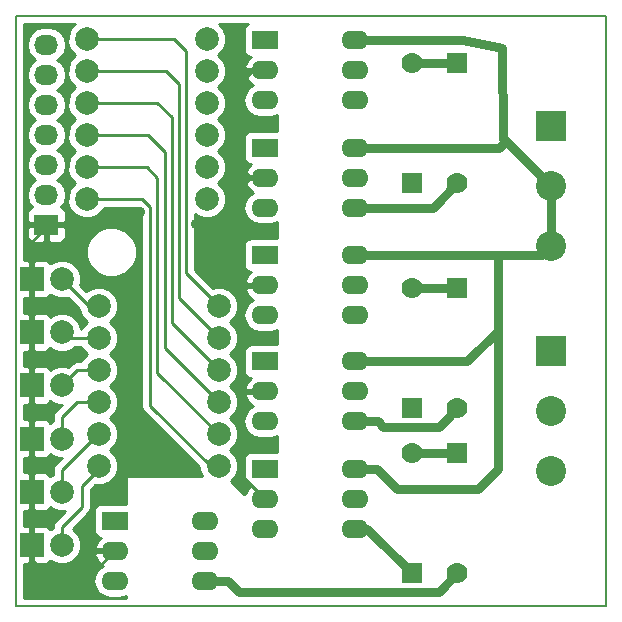
<source format=gtl>
G04 #@! TF.FileFunction,Copper,L1,Top,Signal*
%FSLAX46Y46*%
G04 Gerber Fmt 4.6, Leading zero omitted, Abs format (unit mm)*
G04 Created by KiCad (PCBNEW (2015-09-12 BZR 6188)-product) date sam. 10 oct. 2015 11:50:57 CEST*
%MOMM*%
G01*
G04 APERTURE LIST*
%ADD10C,0.800000*%
%ADD11C,0.150000*%
%ADD12R,2.286000X1.574800*%
%ADD13O,2.286000X1.574800*%
%ADD14R,2.000000X2.000000*%
%ADD15C,2.000000*%
%ADD16R,2.540000X2.540000*%
%ADD17C,2.540000*%
%ADD18R,2.032000X1.727200*%
%ADD19O,2.032000X1.727200*%
%ADD20C,1.998980*%
%ADD21C,1.778000*%
%ADD22R,1.778000X1.778000*%
%ADD23C,0.889000*%
%ADD24C,0.254000*%
G04 APERTURE END LIST*
D10*
D11*
X27400000Y-23900000D02*
X77400000Y-23900000D01*
X27400000Y-73900000D02*
X27400000Y-23900000D01*
X77400000Y-73900000D02*
X27400000Y-73900000D01*
X77400000Y-23900000D02*
X77400000Y-73900000D01*
D12*
X48490000Y-25960000D03*
D13*
X48490000Y-28500000D03*
X48490000Y-31040000D03*
X56110000Y-31040000D03*
X56110000Y-28500000D03*
X56110000Y-25960000D03*
D12*
X48490000Y-35060000D03*
D13*
X48490000Y-37600000D03*
X48490000Y-40140000D03*
X56110000Y-40140000D03*
X56110000Y-37600000D03*
X56110000Y-35060000D03*
D12*
X48490000Y-44160000D03*
D13*
X48490000Y-46700000D03*
X48490000Y-49240000D03*
X56110000Y-49240000D03*
X56110000Y-46700000D03*
X56110000Y-44160000D03*
D12*
X48490000Y-53160000D03*
D13*
X48490000Y-55700000D03*
X48490000Y-58240000D03*
X56110000Y-58240000D03*
X56110000Y-55700000D03*
X56110000Y-53160000D03*
D12*
X48490000Y-62260000D03*
D13*
X48490000Y-64800000D03*
X48490000Y-67340000D03*
X56110000Y-67340000D03*
X56110000Y-64800000D03*
X56110000Y-62260000D03*
D12*
X35790000Y-66660000D03*
D13*
X35790000Y-69200000D03*
X35790000Y-71740000D03*
X43410000Y-71740000D03*
X43410000Y-69200000D03*
X43410000Y-66660000D03*
D14*
X28760000Y-46200000D03*
D15*
X31300000Y-46200000D03*
D14*
X28760000Y-55200000D03*
D15*
X31300000Y-55200000D03*
D14*
X28760000Y-64200000D03*
D15*
X31300000Y-64200000D03*
D14*
X28760000Y-50700000D03*
D15*
X31300000Y-50700000D03*
D14*
X28760000Y-59700000D03*
D15*
X31300000Y-59700000D03*
D14*
X28760000Y-68700000D03*
D15*
X31300000Y-68700000D03*
D16*
X72700000Y-52320000D03*
D17*
X72700000Y-57400000D03*
X72700000Y-62480000D03*
D18*
X30000000Y-41600000D03*
D19*
X30000000Y-39060000D03*
X30000000Y-36520000D03*
X30000000Y-33980000D03*
X30000000Y-31440000D03*
X30000000Y-28900000D03*
X30000000Y-26360000D03*
D20*
X43580000Y-25900000D03*
X33420000Y-25900000D03*
X43580000Y-28600000D03*
X33420000Y-28600000D03*
X43580000Y-31300000D03*
X33420000Y-31300000D03*
X43580000Y-34000000D03*
X33420000Y-34000000D03*
X43580000Y-36700000D03*
X33420000Y-36700000D03*
X43580000Y-39400000D03*
X33420000Y-39400000D03*
X44580000Y-51200000D03*
X34420000Y-51200000D03*
X44580000Y-56600000D03*
X34420000Y-56600000D03*
X44580000Y-62000000D03*
X34420000Y-62000000D03*
X44580000Y-48500000D03*
X34420000Y-48500000D03*
X44580000Y-53900000D03*
X34420000Y-53900000D03*
X44580000Y-59300000D03*
X34420000Y-59300000D03*
D16*
X72700000Y-33220000D03*
D17*
X72700000Y-38300000D03*
X72700000Y-43380000D03*
D21*
X60960000Y-27940000D03*
D22*
X60960000Y-38100000D03*
D21*
X64770000Y-38100000D03*
D22*
X64770000Y-27940000D03*
D21*
X60960000Y-46990000D03*
D22*
X60960000Y-57150000D03*
D21*
X64770000Y-57150000D03*
D22*
X64770000Y-46990000D03*
D21*
X60960000Y-60960000D03*
D22*
X60960000Y-71120000D03*
D21*
X64770000Y-71120000D03*
D22*
X64770000Y-60960000D03*
D23*
X42700000Y-41500000D03*
X37900000Y-40500000D03*
D10*
X60960000Y-27940000D02*
X64770000Y-27940000D01*
X56110000Y-40140000D02*
X62730000Y-40140000D01*
X62730000Y-40140000D02*
X64770000Y-38100000D01*
X60960000Y-46990000D02*
X64770000Y-46990000D01*
X56110000Y-58240000D02*
X58053000Y-58240000D01*
X58053000Y-58240000D02*
X58506001Y-58693001D01*
X63226999Y-58693001D02*
X63881001Y-58038999D01*
X58506001Y-58693001D02*
X63226999Y-58693001D01*
X63881001Y-58038999D02*
X64770000Y-57150000D01*
X60960000Y-60960000D02*
X64770000Y-60960000D01*
X56110000Y-67340000D02*
X57180000Y-67340000D01*
X57180000Y-67340000D02*
X60960000Y-71120000D01*
X64770000Y-71120000D02*
X63226999Y-72663001D01*
X63226999Y-72663001D02*
X46276001Y-72663001D01*
X46276001Y-72663001D02*
X45353000Y-71740000D01*
X45353000Y-71740000D02*
X43410000Y-71740000D01*
D24*
X30000000Y-41600000D02*
X34000000Y-41600000D01*
X42700000Y-41500000D02*
X46600000Y-41500000D01*
X35100000Y-40500000D02*
X37900000Y-40500000D01*
X34000000Y-41600000D02*
X35100000Y-40500000D01*
X30000000Y-41600000D02*
X30000000Y-41800000D01*
X30000000Y-41800000D02*
X28760000Y-43040000D01*
X46600000Y-41500000D02*
X46500000Y-41500000D01*
X46500000Y-41500000D02*
X46600000Y-41500000D01*
X47000000Y-55700000D02*
X47000000Y-55800000D01*
X46500000Y-62810000D02*
X48490000Y-64800000D01*
X46500000Y-56300000D02*
X46500000Y-62810000D01*
X47000000Y-55800000D02*
X46500000Y-56300000D01*
X47100000Y-46700000D02*
X47100000Y-46800000D01*
X47000000Y-55700000D02*
X48490000Y-55700000D01*
X46500000Y-55200000D02*
X47000000Y-55700000D01*
X46500000Y-47400000D02*
X46500000Y-55200000D01*
X47100000Y-46800000D02*
X46500000Y-47400000D01*
X47300000Y-37600000D02*
X46600000Y-38300000D01*
X46600000Y-38300000D02*
X46600000Y-41500000D01*
X47100000Y-46700000D02*
X48490000Y-46700000D01*
X46600000Y-46200000D02*
X47100000Y-46700000D01*
X46600000Y-41500000D02*
X46600000Y-46200000D01*
X48490000Y-28500000D02*
X47500000Y-28500000D01*
X47500000Y-28500000D02*
X46600000Y-29400000D01*
X46600000Y-29400000D02*
X46600000Y-36900000D01*
X46600000Y-36900000D02*
X47300000Y-37600000D01*
X47300000Y-37600000D02*
X48490000Y-37600000D01*
X35790000Y-69200000D02*
X34900000Y-69200000D01*
X30000000Y-41600000D02*
X29600000Y-41600000D01*
X33890000Y-71100000D02*
X35790000Y-69200000D01*
X30000000Y-41600000D02*
X29300000Y-41600000D01*
X30000000Y-41600000D02*
X29200000Y-41600000D01*
X28760000Y-43040000D02*
X28760000Y-46200000D01*
X28760000Y-50700000D02*
X28760000Y-46200000D01*
X28760000Y-55200000D02*
X28760000Y-59700000D01*
X28760000Y-55200000D02*
X28760000Y-64200000D01*
X28760000Y-64200000D02*
X28760000Y-68700000D01*
X28760000Y-64200000D02*
X28760000Y-68700000D01*
X28760000Y-50700000D02*
X28760000Y-55200000D01*
X28760000Y-50700000D02*
X28760000Y-55200000D01*
X28760000Y-59700000D02*
X28760000Y-64200000D01*
X28760000Y-69960000D02*
X29900000Y-71100000D01*
X29900000Y-71100000D02*
X33890000Y-71100000D01*
X28760000Y-68700000D02*
X28760000Y-69960000D01*
D10*
X43660000Y-66660000D02*
X43410000Y-66660000D01*
X56110000Y-62260000D02*
X55640000Y-62260000D01*
X72700000Y-38300000D02*
X72700000Y-43380000D01*
X65260000Y-25960000D02*
X68580000Y-26670000D01*
X68580000Y-26670000D02*
X68700000Y-34300000D01*
X68900000Y-34500000D02*
X72700000Y-38300000D01*
X68700000Y-34300000D02*
X68900000Y-34500000D01*
X56110000Y-25960000D02*
X65260000Y-25960000D01*
X68340000Y-35060000D02*
X68900000Y-34500000D01*
X56110000Y-35060000D02*
X68340000Y-35060000D01*
X71920000Y-44160000D02*
X72700000Y-43380000D01*
X68200000Y-44160000D02*
X71920000Y-44160000D01*
X56110000Y-44160000D02*
X68200000Y-44160000D01*
X68200000Y-50600000D02*
X68200000Y-44160000D01*
X65640000Y-53160000D02*
X68200000Y-50600000D01*
X56110000Y-53160000D02*
X65640000Y-53160000D01*
X57960000Y-62260000D02*
X59700000Y-64000000D01*
X59700000Y-64000000D02*
X66500000Y-64000000D01*
X66500000Y-64000000D02*
X68200000Y-62300000D01*
X68200000Y-62300000D02*
X68200000Y-50600000D01*
X56110000Y-62260000D02*
X57960000Y-62260000D01*
D24*
X40800000Y-25900000D02*
X41800000Y-26900000D01*
X41800000Y-26900000D02*
X41800000Y-45720000D01*
X41800000Y-45720000D02*
X44580000Y-48500000D01*
X33420000Y-25900000D02*
X40800000Y-25900000D01*
X40100000Y-28600000D02*
X41200000Y-29700000D01*
X41200000Y-29700000D02*
X41200000Y-47820000D01*
X41200000Y-47820000D02*
X44580000Y-51200000D01*
X33420000Y-28600000D02*
X40100000Y-28600000D01*
X39400000Y-31300000D02*
X40600000Y-32500000D01*
X40600000Y-32500000D02*
X40600000Y-49920000D01*
X40600000Y-49920000D02*
X44580000Y-53900000D01*
X33420000Y-31300000D02*
X39400000Y-31300000D01*
X38600000Y-34000000D02*
X40000000Y-35400000D01*
X40000000Y-35400000D02*
X40000000Y-52020000D01*
X40000000Y-52020000D02*
X44580000Y-56600000D01*
X33420000Y-34000000D02*
X38600000Y-34000000D01*
X38500000Y-36700000D02*
X39400000Y-37600000D01*
X39400000Y-37600000D02*
X39400000Y-54120000D01*
X39400000Y-54120000D02*
X44580000Y-59300000D01*
X33420000Y-36700000D02*
X38500000Y-36700000D01*
X38100000Y-39400000D02*
X33420000Y-39400000D01*
X38800000Y-40100000D02*
X38100000Y-39400000D01*
X38800000Y-56900000D02*
X38800000Y-40100000D01*
X43900000Y-62000000D02*
X38800000Y-56900000D01*
X44580000Y-62000000D02*
X43900000Y-62000000D01*
X31500000Y-46000000D02*
X31300000Y-46200000D01*
X33600000Y-48500000D02*
X31300000Y-46200000D01*
X34420000Y-48500000D02*
X33600000Y-48500000D01*
X32600000Y-53900000D02*
X31300000Y-55200000D01*
X34820000Y-54100000D02*
X34000000Y-54100000D01*
X34420000Y-53900000D02*
X32600000Y-53900000D01*
X31300000Y-62400000D02*
X31300000Y-64200000D01*
X34820000Y-59500000D02*
X34820000Y-59680000D01*
X34400000Y-59300000D02*
X31300000Y-62400000D01*
X34420000Y-59300000D02*
X34400000Y-59300000D01*
X31400000Y-50600000D02*
X31300000Y-50700000D01*
X31800000Y-51200000D02*
X31300000Y-50700000D01*
X34420000Y-51200000D02*
X31800000Y-51200000D01*
X31300000Y-57900000D02*
X31300000Y-59700000D01*
X34820000Y-56800000D02*
X34000000Y-56800000D01*
X32600000Y-56600000D02*
X31300000Y-57900000D01*
X34420000Y-56600000D02*
X32600000Y-56600000D01*
X31300000Y-67200000D02*
X31300000Y-68700000D01*
X33000000Y-65500000D02*
X31300000Y-67200000D01*
X33000000Y-63700000D02*
X33000000Y-65500000D01*
X34420000Y-62280000D02*
X33000000Y-63700000D01*
X34420000Y-62000000D02*
X34420000Y-62280000D01*
G36*
X32035154Y-24972927D02*
X31785794Y-25573453D01*
X31785226Y-26223694D01*
X32033538Y-26824655D01*
X32458480Y-27250339D01*
X32035154Y-27672927D01*
X31785794Y-28273453D01*
X31785226Y-28923694D01*
X32033538Y-29524655D01*
X32458480Y-29950339D01*
X32035154Y-30372927D01*
X31785794Y-30973453D01*
X31785226Y-31623694D01*
X32033538Y-32224655D01*
X32458480Y-32650339D01*
X32035154Y-33072927D01*
X31785794Y-33673453D01*
X31785226Y-34323694D01*
X32033538Y-34924655D01*
X32458480Y-35350339D01*
X32035154Y-35772927D01*
X31785794Y-36373453D01*
X31785226Y-37023694D01*
X32033538Y-37624655D01*
X32458480Y-38050339D01*
X32035154Y-38472927D01*
X31785794Y-39073453D01*
X31785226Y-39723694D01*
X32033538Y-40324655D01*
X32492927Y-40784846D01*
X33093453Y-41034206D01*
X33743694Y-41034774D01*
X34344655Y-40786462D01*
X34804846Y-40327073D01*
X34873390Y-40162000D01*
X37784370Y-40162000D01*
X38038000Y-40415631D01*
X38038000Y-56900000D01*
X38096004Y-57191605D01*
X38124473Y-57234211D01*
X38261185Y-57438815D01*
X42945401Y-62123031D01*
X42945226Y-62323694D01*
X43172195Y-62873000D01*
X36900000Y-62873000D01*
X36850590Y-62883006D01*
X36808965Y-62911447D01*
X36781685Y-62953841D01*
X36773000Y-63000000D01*
X36773000Y-65225160D01*
X34647000Y-65225160D01*
X34411683Y-65269438D01*
X34195559Y-65408510D01*
X34050569Y-65620710D01*
X33999560Y-65872600D01*
X33999560Y-67447400D01*
X34043838Y-67682717D01*
X34182910Y-67898841D01*
X34395110Y-68043831D01*
X34588390Y-68082971D01*
X34338809Y-68284014D01*
X34071673Y-68773004D01*
X34054990Y-68852940D01*
X34177148Y-69073000D01*
X35663000Y-69073000D01*
X35663000Y-69053000D01*
X35917000Y-69053000D01*
X35917000Y-69073000D01*
X35937000Y-69073000D01*
X35937000Y-69327000D01*
X35917000Y-69327000D01*
X35917000Y-69347000D01*
X35663000Y-69347000D01*
X35663000Y-69327000D01*
X34177148Y-69327000D01*
X34054990Y-69547060D01*
X34071673Y-69626996D01*
X34338809Y-70115986D01*
X34772738Y-70465525D01*
X34788830Y-70470246D01*
X34393778Y-70734211D01*
X34085441Y-71195671D01*
X33977167Y-71740000D01*
X34085441Y-72284329D01*
X34393778Y-72745789D01*
X34855238Y-73054126D01*
X35399567Y-73162400D01*
X36180433Y-73162400D01*
X36724762Y-73054126D01*
X36773000Y-73021894D01*
X36773000Y-73190000D01*
X28110000Y-73190000D01*
X28110000Y-70335000D01*
X28474250Y-70335000D01*
X28633000Y-70176250D01*
X28633000Y-68827000D01*
X28613000Y-68827000D01*
X28613000Y-68573000D01*
X28633000Y-68573000D01*
X28633000Y-67223750D01*
X28474250Y-67065000D01*
X28110000Y-67065000D01*
X28110000Y-65835000D01*
X28474250Y-65835000D01*
X28633000Y-65676250D01*
X28633000Y-64327000D01*
X28613000Y-64327000D01*
X28613000Y-64073000D01*
X28633000Y-64073000D01*
X28633000Y-62723750D01*
X28474250Y-62565000D01*
X28110000Y-62565000D01*
X28110000Y-61335000D01*
X28474250Y-61335000D01*
X28633000Y-61176250D01*
X28633000Y-59827000D01*
X28613000Y-59827000D01*
X28613000Y-59573000D01*
X28633000Y-59573000D01*
X28633000Y-58223750D01*
X28474250Y-58065000D01*
X28110000Y-58065000D01*
X28110000Y-56835000D01*
X28474250Y-56835000D01*
X28633000Y-56676250D01*
X28633000Y-55327000D01*
X28613000Y-55327000D01*
X28613000Y-55073000D01*
X28633000Y-55073000D01*
X28633000Y-53723750D01*
X28474250Y-53565000D01*
X28110000Y-53565000D01*
X28110000Y-52335000D01*
X28474250Y-52335000D01*
X28633000Y-52176250D01*
X28633000Y-50827000D01*
X28613000Y-50827000D01*
X28613000Y-50573000D01*
X28633000Y-50573000D01*
X28633000Y-49223750D01*
X28474250Y-49065000D01*
X28110000Y-49065000D01*
X28110000Y-47835000D01*
X28474250Y-47835000D01*
X28633000Y-47676250D01*
X28633000Y-46327000D01*
X28613000Y-46327000D01*
X28613000Y-46073000D01*
X28633000Y-46073000D01*
X28633000Y-44723750D01*
X28887000Y-44723750D01*
X28887000Y-46073000D01*
X28907000Y-46073000D01*
X28907000Y-46327000D01*
X28887000Y-46327000D01*
X28887000Y-47676250D01*
X29045750Y-47835000D01*
X29886310Y-47835000D01*
X30119699Y-47738327D01*
X30298327Y-47559698D01*
X30312630Y-47525166D01*
X30372637Y-47585278D01*
X30973352Y-47834716D01*
X31623795Y-47835284D01*
X31789277Y-47766908D01*
X32785279Y-48762910D01*
X32785226Y-48823694D01*
X33033538Y-49424655D01*
X33458480Y-49850339D01*
X33035154Y-50272927D01*
X32966610Y-50438000D01*
X32935230Y-50438000D01*
X32935284Y-50376205D01*
X32686894Y-49775057D01*
X32227363Y-49314722D01*
X31626648Y-49065284D01*
X30976205Y-49064716D01*
X30375057Y-49313106D01*
X30312803Y-49375251D01*
X30298327Y-49340302D01*
X30119699Y-49161673D01*
X29886310Y-49065000D01*
X29045750Y-49065000D01*
X28887000Y-49223750D01*
X28887000Y-50573000D01*
X28907000Y-50573000D01*
X28907000Y-50827000D01*
X28887000Y-50827000D01*
X28887000Y-52176250D01*
X29045750Y-52335000D01*
X29886310Y-52335000D01*
X30119699Y-52238327D01*
X30298327Y-52059698D01*
X30312630Y-52025166D01*
X30372637Y-52085278D01*
X30973352Y-52334716D01*
X31623795Y-52335284D01*
X32224943Y-52086894D01*
X32350056Y-51962000D01*
X32966330Y-51962000D01*
X33033538Y-52124655D01*
X33458480Y-52550339D01*
X33035154Y-52972927D01*
X32966610Y-53138000D01*
X32600000Y-53138000D01*
X32308395Y-53196004D01*
X32209377Y-53262166D01*
X32061185Y-53361184D01*
X31789474Y-53632895D01*
X31626648Y-53565284D01*
X30976205Y-53564716D01*
X30375057Y-53813106D01*
X30312803Y-53875251D01*
X30298327Y-53840302D01*
X30119699Y-53661673D01*
X29886310Y-53565000D01*
X29045750Y-53565000D01*
X28887000Y-53723750D01*
X28887000Y-55073000D01*
X28907000Y-55073000D01*
X28907000Y-55327000D01*
X28887000Y-55327000D01*
X28887000Y-56676250D01*
X29045750Y-56835000D01*
X29886310Y-56835000D01*
X30119699Y-56738327D01*
X30298327Y-56559698D01*
X30312630Y-56525166D01*
X30372637Y-56585278D01*
X30973352Y-56834716D01*
X31287379Y-56834990D01*
X30761185Y-57361185D01*
X30596004Y-57608395D01*
X30538000Y-57900000D01*
X30538000Y-58245779D01*
X30375057Y-58313106D01*
X30312803Y-58375251D01*
X30298327Y-58340302D01*
X30119699Y-58161673D01*
X29886310Y-58065000D01*
X29045750Y-58065000D01*
X28887000Y-58223750D01*
X28887000Y-59573000D01*
X28907000Y-59573000D01*
X28907000Y-59827000D01*
X28887000Y-59827000D01*
X28887000Y-61176250D01*
X29045750Y-61335000D01*
X29886310Y-61335000D01*
X30119699Y-61238327D01*
X30298327Y-61059698D01*
X30312630Y-61025166D01*
X30372637Y-61085278D01*
X30973352Y-61334716D01*
X31287380Y-61334990D01*
X30761185Y-61861185D01*
X30596004Y-62108395D01*
X30538000Y-62400000D01*
X30538000Y-62745779D01*
X30375057Y-62813106D01*
X30312803Y-62875251D01*
X30298327Y-62840302D01*
X30119699Y-62661673D01*
X29886310Y-62565000D01*
X29045750Y-62565000D01*
X28887000Y-62723750D01*
X28887000Y-64073000D01*
X28907000Y-64073000D01*
X28907000Y-64327000D01*
X28887000Y-64327000D01*
X28887000Y-65676250D01*
X29045750Y-65835000D01*
X29886310Y-65835000D01*
X30119699Y-65738327D01*
X30298327Y-65559698D01*
X30312630Y-65525166D01*
X30372637Y-65585278D01*
X30973352Y-65834716D01*
X31587118Y-65835252D01*
X30761185Y-66661185D01*
X30596004Y-66908395D01*
X30538000Y-67200000D01*
X30538000Y-67245779D01*
X30375057Y-67313106D01*
X30312803Y-67375251D01*
X30298327Y-67340302D01*
X30119699Y-67161673D01*
X29886310Y-67065000D01*
X29045750Y-67065000D01*
X28887000Y-67223750D01*
X28887000Y-68573000D01*
X28907000Y-68573000D01*
X28907000Y-68827000D01*
X28887000Y-68827000D01*
X28887000Y-70176250D01*
X29045750Y-70335000D01*
X29886310Y-70335000D01*
X30119699Y-70238327D01*
X30298327Y-70059698D01*
X30312630Y-70025166D01*
X30372637Y-70085278D01*
X30973352Y-70334716D01*
X31623795Y-70335284D01*
X32224943Y-70086894D01*
X32685278Y-69627363D01*
X32934716Y-69026648D01*
X32935284Y-68376205D01*
X32686894Y-67775057D01*
X32245120Y-67332510D01*
X33538815Y-66038815D01*
X33703996Y-65791605D01*
X33762000Y-65500000D01*
X33762000Y-64015630D01*
X34143381Y-63634250D01*
X34743694Y-63634774D01*
X35344655Y-63386462D01*
X35804846Y-62927073D01*
X36054206Y-62326547D01*
X36054774Y-61676306D01*
X35806462Y-61075345D01*
X35381520Y-60649661D01*
X35804846Y-60227073D01*
X36054206Y-59626547D01*
X36054774Y-58976306D01*
X35806462Y-58375345D01*
X35381520Y-57949661D01*
X35804846Y-57527073D01*
X36054206Y-56926547D01*
X36054774Y-56276306D01*
X35806462Y-55675345D01*
X35381520Y-55249661D01*
X35804846Y-54827073D01*
X36054206Y-54226547D01*
X36054774Y-53576306D01*
X35806462Y-52975345D01*
X35381520Y-52549661D01*
X35804846Y-52127073D01*
X36054206Y-51526547D01*
X36054774Y-50876306D01*
X35806462Y-50275345D01*
X35381520Y-49849661D01*
X35804846Y-49427073D01*
X36054206Y-48826547D01*
X36054774Y-48176306D01*
X35806462Y-47575345D01*
X35347073Y-47115154D01*
X34746547Y-46865794D01*
X34096306Y-46865226D01*
X33495345Y-47113538D01*
X33393168Y-47215537D01*
X32867105Y-46689474D01*
X32934716Y-46526648D01*
X32935284Y-45876205D01*
X32686894Y-45275057D01*
X32227363Y-44814722D01*
X31626648Y-44565284D01*
X30976205Y-44564716D01*
X30375057Y-44813106D01*
X30312803Y-44875251D01*
X30298327Y-44840302D01*
X30119699Y-44661673D01*
X29886310Y-44565000D01*
X29045750Y-44565000D01*
X28887000Y-44723750D01*
X28633000Y-44723750D01*
X28474250Y-44565000D01*
X28110000Y-44565000D01*
X28110000Y-44322815D01*
X33364630Y-44322815D01*
X33688980Y-45107800D01*
X34289041Y-45708909D01*
X35073459Y-46034628D01*
X35922815Y-46035370D01*
X36707800Y-45711020D01*
X37308909Y-45110959D01*
X37634628Y-44326541D01*
X37635370Y-43477185D01*
X37311020Y-42692200D01*
X36710959Y-42091091D01*
X35926541Y-41765372D01*
X35077185Y-41764630D01*
X34292200Y-42088980D01*
X33691091Y-42689041D01*
X33365372Y-43473459D01*
X33364630Y-44322815D01*
X28110000Y-44322815D01*
X28110000Y-41885750D01*
X28349000Y-41885750D01*
X28349000Y-42589910D01*
X28445673Y-42823299D01*
X28624302Y-43001927D01*
X28857691Y-43098600D01*
X29714250Y-43098600D01*
X29873000Y-42939850D01*
X29873000Y-41727000D01*
X30127000Y-41727000D01*
X30127000Y-42939850D01*
X30285750Y-43098600D01*
X31142309Y-43098600D01*
X31375698Y-43001927D01*
X31554327Y-42823299D01*
X31651000Y-42589910D01*
X31651000Y-41885750D01*
X31492250Y-41727000D01*
X30127000Y-41727000D01*
X29873000Y-41727000D01*
X28507750Y-41727000D01*
X28349000Y-41885750D01*
X28110000Y-41885750D01*
X28110000Y-26360000D01*
X28316655Y-26360000D01*
X28430729Y-26933489D01*
X28755585Y-27419670D01*
X29070366Y-27630000D01*
X28755585Y-27840330D01*
X28430729Y-28326511D01*
X28316655Y-28900000D01*
X28430729Y-29473489D01*
X28755585Y-29959670D01*
X29070366Y-30170000D01*
X28755585Y-30380330D01*
X28430729Y-30866511D01*
X28316655Y-31440000D01*
X28430729Y-32013489D01*
X28755585Y-32499670D01*
X29070366Y-32710000D01*
X28755585Y-32920330D01*
X28430729Y-33406511D01*
X28316655Y-33980000D01*
X28430729Y-34553489D01*
X28755585Y-35039670D01*
X29070366Y-35250000D01*
X28755585Y-35460330D01*
X28430729Y-35946511D01*
X28316655Y-36520000D01*
X28430729Y-37093489D01*
X28755585Y-37579670D01*
X29070366Y-37790000D01*
X28755585Y-38000330D01*
X28430729Y-38486511D01*
X28316655Y-39060000D01*
X28430729Y-39633489D01*
X28755585Y-40119670D01*
X28777780Y-40134500D01*
X28624302Y-40198073D01*
X28445673Y-40376701D01*
X28349000Y-40610090D01*
X28349000Y-41314250D01*
X28507750Y-41473000D01*
X29873000Y-41473000D01*
X29873000Y-41453000D01*
X30127000Y-41453000D01*
X30127000Y-41473000D01*
X31492250Y-41473000D01*
X31651000Y-41314250D01*
X31651000Y-40610090D01*
X31554327Y-40376701D01*
X31375698Y-40198073D01*
X31222220Y-40134500D01*
X31244415Y-40119670D01*
X31569271Y-39633489D01*
X31683345Y-39060000D01*
X31569271Y-38486511D01*
X31244415Y-38000330D01*
X30929634Y-37790000D01*
X31244415Y-37579670D01*
X31569271Y-37093489D01*
X31683345Y-36520000D01*
X31569271Y-35946511D01*
X31244415Y-35460330D01*
X30929634Y-35250000D01*
X31244415Y-35039670D01*
X31569271Y-34553489D01*
X31683345Y-33980000D01*
X31569271Y-33406511D01*
X31244415Y-32920330D01*
X30929634Y-32710000D01*
X31244415Y-32499670D01*
X31569271Y-32013489D01*
X31683345Y-31440000D01*
X31569271Y-30866511D01*
X31244415Y-30380330D01*
X30929634Y-30170000D01*
X31244415Y-29959670D01*
X31569271Y-29473489D01*
X31683345Y-28900000D01*
X31569271Y-28326511D01*
X31244415Y-27840330D01*
X30929634Y-27630000D01*
X31244415Y-27419670D01*
X31569271Y-26933489D01*
X31683345Y-26360000D01*
X31569271Y-25786511D01*
X31244415Y-25300330D01*
X30758234Y-24975474D01*
X30184745Y-24861400D01*
X29815255Y-24861400D01*
X29241766Y-24975474D01*
X28755585Y-25300330D01*
X28430729Y-25786511D01*
X28316655Y-26360000D01*
X28110000Y-26360000D01*
X28110000Y-24610000D01*
X32398715Y-24610000D01*
X32035154Y-24972927D01*
X32035154Y-24972927D01*
G37*
X32035154Y-24972927D02*
X31785794Y-25573453D01*
X31785226Y-26223694D01*
X32033538Y-26824655D01*
X32458480Y-27250339D01*
X32035154Y-27672927D01*
X31785794Y-28273453D01*
X31785226Y-28923694D01*
X32033538Y-29524655D01*
X32458480Y-29950339D01*
X32035154Y-30372927D01*
X31785794Y-30973453D01*
X31785226Y-31623694D01*
X32033538Y-32224655D01*
X32458480Y-32650339D01*
X32035154Y-33072927D01*
X31785794Y-33673453D01*
X31785226Y-34323694D01*
X32033538Y-34924655D01*
X32458480Y-35350339D01*
X32035154Y-35772927D01*
X31785794Y-36373453D01*
X31785226Y-37023694D01*
X32033538Y-37624655D01*
X32458480Y-38050339D01*
X32035154Y-38472927D01*
X31785794Y-39073453D01*
X31785226Y-39723694D01*
X32033538Y-40324655D01*
X32492927Y-40784846D01*
X33093453Y-41034206D01*
X33743694Y-41034774D01*
X34344655Y-40786462D01*
X34804846Y-40327073D01*
X34873390Y-40162000D01*
X37784370Y-40162000D01*
X38038000Y-40415631D01*
X38038000Y-56900000D01*
X38096004Y-57191605D01*
X38124473Y-57234211D01*
X38261185Y-57438815D01*
X42945401Y-62123031D01*
X42945226Y-62323694D01*
X43172195Y-62873000D01*
X36900000Y-62873000D01*
X36850590Y-62883006D01*
X36808965Y-62911447D01*
X36781685Y-62953841D01*
X36773000Y-63000000D01*
X36773000Y-65225160D01*
X34647000Y-65225160D01*
X34411683Y-65269438D01*
X34195559Y-65408510D01*
X34050569Y-65620710D01*
X33999560Y-65872600D01*
X33999560Y-67447400D01*
X34043838Y-67682717D01*
X34182910Y-67898841D01*
X34395110Y-68043831D01*
X34588390Y-68082971D01*
X34338809Y-68284014D01*
X34071673Y-68773004D01*
X34054990Y-68852940D01*
X34177148Y-69073000D01*
X35663000Y-69073000D01*
X35663000Y-69053000D01*
X35917000Y-69053000D01*
X35917000Y-69073000D01*
X35937000Y-69073000D01*
X35937000Y-69327000D01*
X35917000Y-69327000D01*
X35917000Y-69347000D01*
X35663000Y-69347000D01*
X35663000Y-69327000D01*
X34177148Y-69327000D01*
X34054990Y-69547060D01*
X34071673Y-69626996D01*
X34338809Y-70115986D01*
X34772738Y-70465525D01*
X34788830Y-70470246D01*
X34393778Y-70734211D01*
X34085441Y-71195671D01*
X33977167Y-71740000D01*
X34085441Y-72284329D01*
X34393778Y-72745789D01*
X34855238Y-73054126D01*
X35399567Y-73162400D01*
X36180433Y-73162400D01*
X36724762Y-73054126D01*
X36773000Y-73021894D01*
X36773000Y-73190000D01*
X28110000Y-73190000D01*
X28110000Y-70335000D01*
X28474250Y-70335000D01*
X28633000Y-70176250D01*
X28633000Y-68827000D01*
X28613000Y-68827000D01*
X28613000Y-68573000D01*
X28633000Y-68573000D01*
X28633000Y-67223750D01*
X28474250Y-67065000D01*
X28110000Y-67065000D01*
X28110000Y-65835000D01*
X28474250Y-65835000D01*
X28633000Y-65676250D01*
X28633000Y-64327000D01*
X28613000Y-64327000D01*
X28613000Y-64073000D01*
X28633000Y-64073000D01*
X28633000Y-62723750D01*
X28474250Y-62565000D01*
X28110000Y-62565000D01*
X28110000Y-61335000D01*
X28474250Y-61335000D01*
X28633000Y-61176250D01*
X28633000Y-59827000D01*
X28613000Y-59827000D01*
X28613000Y-59573000D01*
X28633000Y-59573000D01*
X28633000Y-58223750D01*
X28474250Y-58065000D01*
X28110000Y-58065000D01*
X28110000Y-56835000D01*
X28474250Y-56835000D01*
X28633000Y-56676250D01*
X28633000Y-55327000D01*
X28613000Y-55327000D01*
X28613000Y-55073000D01*
X28633000Y-55073000D01*
X28633000Y-53723750D01*
X28474250Y-53565000D01*
X28110000Y-53565000D01*
X28110000Y-52335000D01*
X28474250Y-52335000D01*
X28633000Y-52176250D01*
X28633000Y-50827000D01*
X28613000Y-50827000D01*
X28613000Y-50573000D01*
X28633000Y-50573000D01*
X28633000Y-49223750D01*
X28474250Y-49065000D01*
X28110000Y-49065000D01*
X28110000Y-47835000D01*
X28474250Y-47835000D01*
X28633000Y-47676250D01*
X28633000Y-46327000D01*
X28613000Y-46327000D01*
X28613000Y-46073000D01*
X28633000Y-46073000D01*
X28633000Y-44723750D01*
X28887000Y-44723750D01*
X28887000Y-46073000D01*
X28907000Y-46073000D01*
X28907000Y-46327000D01*
X28887000Y-46327000D01*
X28887000Y-47676250D01*
X29045750Y-47835000D01*
X29886310Y-47835000D01*
X30119699Y-47738327D01*
X30298327Y-47559698D01*
X30312630Y-47525166D01*
X30372637Y-47585278D01*
X30973352Y-47834716D01*
X31623795Y-47835284D01*
X31789277Y-47766908D01*
X32785279Y-48762910D01*
X32785226Y-48823694D01*
X33033538Y-49424655D01*
X33458480Y-49850339D01*
X33035154Y-50272927D01*
X32966610Y-50438000D01*
X32935230Y-50438000D01*
X32935284Y-50376205D01*
X32686894Y-49775057D01*
X32227363Y-49314722D01*
X31626648Y-49065284D01*
X30976205Y-49064716D01*
X30375057Y-49313106D01*
X30312803Y-49375251D01*
X30298327Y-49340302D01*
X30119699Y-49161673D01*
X29886310Y-49065000D01*
X29045750Y-49065000D01*
X28887000Y-49223750D01*
X28887000Y-50573000D01*
X28907000Y-50573000D01*
X28907000Y-50827000D01*
X28887000Y-50827000D01*
X28887000Y-52176250D01*
X29045750Y-52335000D01*
X29886310Y-52335000D01*
X30119699Y-52238327D01*
X30298327Y-52059698D01*
X30312630Y-52025166D01*
X30372637Y-52085278D01*
X30973352Y-52334716D01*
X31623795Y-52335284D01*
X32224943Y-52086894D01*
X32350056Y-51962000D01*
X32966330Y-51962000D01*
X33033538Y-52124655D01*
X33458480Y-52550339D01*
X33035154Y-52972927D01*
X32966610Y-53138000D01*
X32600000Y-53138000D01*
X32308395Y-53196004D01*
X32209377Y-53262166D01*
X32061185Y-53361184D01*
X31789474Y-53632895D01*
X31626648Y-53565284D01*
X30976205Y-53564716D01*
X30375057Y-53813106D01*
X30312803Y-53875251D01*
X30298327Y-53840302D01*
X30119699Y-53661673D01*
X29886310Y-53565000D01*
X29045750Y-53565000D01*
X28887000Y-53723750D01*
X28887000Y-55073000D01*
X28907000Y-55073000D01*
X28907000Y-55327000D01*
X28887000Y-55327000D01*
X28887000Y-56676250D01*
X29045750Y-56835000D01*
X29886310Y-56835000D01*
X30119699Y-56738327D01*
X30298327Y-56559698D01*
X30312630Y-56525166D01*
X30372637Y-56585278D01*
X30973352Y-56834716D01*
X31287379Y-56834990D01*
X30761185Y-57361185D01*
X30596004Y-57608395D01*
X30538000Y-57900000D01*
X30538000Y-58245779D01*
X30375057Y-58313106D01*
X30312803Y-58375251D01*
X30298327Y-58340302D01*
X30119699Y-58161673D01*
X29886310Y-58065000D01*
X29045750Y-58065000D01*
X28887000Y-58223750D01*
X28887000Y-59573000D01*
X28907000Y-59573000D01*
X28907000Y-59827000D01*
X28887000Y-59827000D01*
X28887000Y-61176250D01*
X29045750Y-61335000D01*
X29886310Y-61335000D01*
X30119699Y-61238327D01*
X30298327Y-61059698D01*
X30312630Y-61025166D01*
X30372637Y-61085278D01*
X30973352Y-61334716D01*
X31287380Y-61334990D01*
X30761185Y-61861185D01*
X30596004Y-62108395D01*
X30538000Y-62400000D01*
X30538000Y-62745779D01*
X30375057Y-62813106D01*
X30312803Y-62875251D01*
X30298327Y-62840302D01*
X30119699Y-62661673D01*
X29886310Y-62565000D01*
X29045750Y-62565000D01*
X28887000Y-62723750D01*
X28887000Y-64073000D01*
X28907000Y-64073000D01*
X28907000Y-64327000D01*
X28887000Y-64327000D01*
X28887000Y-65676250D01*
X29045750Y-65835000D01*
X29886310Y-65835000D01*
X30119699Y-65738327D01*
X30298327Y-65559698D01*
X30312630Y-65525166D01*
X30372637Y-65585278D01*
X30973352Y-65834716D01*
X31587118Y-65835252D01*
X30761185Y-66661185D01*
X30596004Y-66908395D01*
X30538000Y-67200000D01*
X30538000Y-67245779D01*
X30375057Y-67313106D01*
X30312803Y-67375251D01*
X30298327Y-67340302D01*
X30119699Y-67161673D01*
X29886310Y-67065000D01*
X29045750Y-67065000D01*
X28887000Y-67223750D01*
X28887000Y-68573000D01*
X28907000Y-68573000D01*
X28907000Y-68827000D01*
X28887000Y-68827000D01*
X28887000Y-70176250D01*
X29045750Y-70335000D01*
X29886310Y-70335000D01*
X30119699Y-70238327D01*
X30298327Y-70059698D01*
X30312630Y-70025166D01*
X30372637Y-70085278D01*
X30973352Y-70334716D01*
X31623795Y-70335284D01*
X32224943Y-70086894D01*
X32685278Y-69627363D01*
X32934716Y-69026648D01*
X32935284Y-68376205D01*
X32686894Y-67775057D01*
X32245120Y-67332510D01*
X33538815Y-66038815D01*
X33703996Y-65791605D01*
X33762000Y-65500000D01*
X33762000Y-64015630D01*
X34143381Y-63634250D01*
X34743694Y-63634774D01*
X35344655Y-63386462D01*
X35804846Y-62927073D01*
X36054206Y-62326547D01*
X36054774Y-61676306D01*
X35806462Y-61075345D01*
X35381520Y-60649661D01*
X35804846Y-60227073D01*
X36054206Y-59626547D01*
X36054774Y-58976306D01*
X35806462Y-58375345D01*
X35381520Y-57949661D01*
X35804846Y-57527073D01*
X36054206Y-56926547D01*
X36054774Y-56276306D01*
X35806462Y-55675345D01*
X35381520Y-55249661D01*
X35804846Y-54827073D01*
X36054206Y-54226547D01*
X36054774Y-53576306D01*
X35806462Y-52975345D01*
X35381520Y-52549661D01*
X35804846Y-52127073D01*
X36054206Y-51526547D01*
X36054774Y-50876306D01*
X35806462Y-50275345D01*
X35381520Y-49849661D01*
X35804846Y-49427073D01*
X36054206Y-48826547D01*
X36054774Y-48176306D01*
X35806462Y-47575345D01*
X35347073Y-47115154D01*
X34746547Y-46865794D01*
X34096306Y-46865226D01*
X33495345Y-47113538D01*
X33393168Y-47215537D01*
X32867105Y-46689474D01*
X32934716Y-46526648D01*
X32935284Y-45876205D01*
X32686894Y-45275057D01*
X32227363Y-44814722D01*
X31626648Y-44565284D01*
X30976205Y-44564716D01*
X30375057Y-44813106D01*
X30312803Y-44875251D01*
X30298327Y-44840302D01*
X30119699Y-44661673D01*
X29886310Y-44565000D01*
X29045750Y-44565000D01*
X28887000Y-44723750D01*
X28633000Y-44723750D01*
X28474250Y-44565000D01*
X28110000Y-44565000D01*
X28110000Y-44322815D01*
X33364630Y-44322815D01*
X33688980Y-45107800D01*
X34289041Y-45708909D01*
X35073459Y-46034628D01*
X35922815Y-46035370D01*
X36707800Y-45711020D01*
X37308909Y-45110959D01*
X37634628Y-44326541D01*
X37635370Y-43477185D01*
X37311020Y-42692200D01*
X36710959Y-42091091D01*
X35926541Y-41765372D01*
X35077185Y-41764630D01*
X34292200Y-42088980D01*
X33691091Y-42689041D01*
X33365372Y-43473459D01*
X33364630Y-44322815D01*
X28110000Y-44322815D01*
X28110000Y-41885750D01*
X28349000Y-41885750D01*
X28349000Y-42589910D01*
X28445673Y-42823299D01*
X28624302Y-43001927D01*
X28857691Y-43098600D01*
X29714250Y-43098600D01*
X29873000Y-42939850D01*
X29873000Y-41727000D01*
X30127000Y-41727000D01*
X30127000Y-42939850D01*
X30285750Y-43098600D01*
X31142309Y-43098600D01*
X31375698Y-43001927D01*
X31554327Y-42823299D01*
X31651000Y-42589910D01*
X31651000Y-41885750D01*
X31492250Y-41727000D01*
X30127000Y-41727000D01*
X29873000Y-41727000D01*
X28507750Y-41727000D01*
X28349000Y-41885750D01*
X28110000Y-41885750D01*
X28110000Y-26360000D01*
X28316655Y-26360000D01*
X28430729Y-26933489D01*
X28755585Y-27419670D01*
X29070366Y-27630000D01*
X28755585Y-27840330D01*
X28430729Y-28326511D01*
X28316655Y-28900000D01*
X28430729Y-29473489D01*
X28755585Y-29959670D01*
X29070366Y-30170000D01*
X28755585Y-30380330D01*
X28430729Y-30866511D01*
X28316655Y-31440000D01*
X28430729Y-32013489D01*
X28755585Y-32499670D01*
X29070366Y-32710000D01*
X28755585Y-32920330D01*
X28430729Y-33406511D01*
X28316655Y-33980000D01*
X28430729Y-34553489D01*
X28755585Y-35039670D01*
X29070366Y-35250000D01*
X28755585Y-35460330D01*
X28430729Y-35946511D01*
X28316655Y-36520000D01*
X28430729Y-37093489D01*
X28755585Y-37579670D01*
X29070366Y-37790000D01*
X28755585Y-38000330D01*
X28430729Y-38486511D01*
X28316655Y-39060000D01*
X28430729Y-39633489D01*
X28755585Y-40119670D01*
X28777780Y-40134500D01*
X28624302Y-40198073D01*
X28445673Y-40376701D01*
X28349000Y-40610090D01*
X28349000Y-41314250D01*
X28507750Y-41473000D01*
X29873000Y-41473000D01*
X29873000Y-41453000D01*
X30127000Y-41453000D01*
X30127000Y-41473000D01*
X31492250Y-41473000D01*
X31651000Y-41314250D01*
X31651000Y-40610090D01*
X31554327Y-40376701D01*
X31375698Y-40198073D01*
X31222220Y-40134500D01*
X31244415Y-40119670D01*
X31569271Y-39633489D01*
X31683345Y-39060000D01*
X31569271Y-38486511D01*
X31244415Y-38000330D01*
X30929634Y-37790000D01*
X31244415Y-37579670D01*
X31569271Y-37093489D01*
X31683345Y-36520000D01*
X31569271Y-35946511D01*
X31244415Y-35460330D01*
X30929634Y-35250000D01*
X31244415Y-35039670D01*
X31569271Y-34553489D01*
X31683345Y-33980000D01*
X31569271Y-33406511D01*
X31244415Y-32920330D01*
X30929634Y-32710000D01*
X31244415Y-32499670D01*
X31569271Y-32013489D01*
X31683345Y-31440000D01*
X31569271Y-30866511D01*
X31244415Y-30380330D01*
X30929634Y-30170000D01*
X31244415Y-29959670D01*
X31569271Y-29473489D01*
X31683345Y-28900000D01*
X31569271Y-28326511D01*
X31244415Y-27840330D01*
X30929634Y-27630000D01*
X31244415Y-27419670D01*
X31569271Y-26933489D01*
X31683345Y-26360000D01*
X31569271Y-25786511D01*
X31244415Y-25300330D01*
X30758234Y-24975474D01*
X30184745Y-24861400D01*
X29815255Y-24861400D01*
X29241766Y-24975474D01*
X28755585Y-25300330D01*
X28430729Y-25786511D01*
X28316655Y-26360000D01*
X28110000Y-26360000D01*
X28110000Y-24610000D01*
X32398715Y-24610000D01*
X32035154Y-24972927D01*
G36*
X48617000Y-64673000D02*
X48637000Y-64673000D01*
X48637000Y-64927000D01*
X48617000Y-64927000D01*
X48617000Y-64947000D01*
X48363000Y-64947000D01*
X48363000Y-64927000D01*
X48343000Y-64927000D01*
X48343000Y-64673000D01*
X48363000Y-64673000D01*
X48363000Y-64653000D01*
X48617000Y-64653000D01*
X48617000Y-64673000D01*
X48617000Y-64673000D01*
G37*
X48617000Y-64673000D02*
X48637000Y-64673000D01*
X48637000Y-64927000D01*
X48617000Y-64927000D01*
X48617000Y-64947000D01*
X48363000Y-64947000D01*
X48363000Y-64927000D01*
X48343000Y-64927000D01*
X48343000Y-64673000D01*
X48363000Y-64673000D01*
X48363000Y-64653000D01*
X48617000Y-64653000D01*
X48617000Y-64673000D01*
G36*
X46895559Y-24708510D02*
X46750569Y-24920710D01*
X46699560Y-25172600D01*
X46699560Y-26747400D01*
X46743838Y-26982717D01*
X46882910Y-27198841D01*
X47095110Y-27343831D01*
X47288390Y-27382971D01*
X47038809Y-27584014D01*
X46771673Y-28073004D01*
X46754990Y-28152940D01*
X46877148Y-28373000D01*
X48363000Y-28373000D01*
X48363000Y-28353000D01*
X48617000Y-28353000D01*
X48617000Y-28373000D01*
X48637000Y-28373000D01*
X48637000Y-28627000D01*
X48617000Y-28627000D01*
X48617000Y-28647000D01*
X48363000Y-28647000D01*
X48363000Y-28627000D01*
X46877148Y-28627000D01*
X46754990Y-28847060D01*
X46771673Y-28926996D01*
X47038809Y-29415986D01*
X47472738Y-29765525D01*
X47488830Y-29770246D01*
X47093778Y-30034211D01*
X46785441Y-30495671D01*
X46677167Y-31040000D01*
X46785441Y-31584329D01*
X47093778Y-32045789D01*
X47555238Y-32354126D01*
X48099567Y-32462400D01*
X48880433Y-32462400D01*
X49424762Y-32354126D01*
X49493212Y-32308389D01*
X49496377Y-33625160D01*
X47347000Y-33625160D01*
X47111683Y-33669438D01*
X46895559Y-33808510D01*
X46750569Y-34020710D01*
X46699560Y-34272600D01*
X46699560Y-35847400D01*
X46743838Y-36082717D01*
X46882910Y-36298841D01*
X47095110Y-36443831D01*
X47288390Y-36482971D01*
X47038809Y-36684014D01*
X46771673Y-37173004D01*
X46754990Y-37252940D01*
X46877148Y-37473000D01*
X48363000Y-37473000D01*
X48363000Y-37453000D01*
X48617000Y-37453000D01*
X48617000Y-37473000D01*
X48637000Y-37473000D01*
X48637000Y-37727000D01*
X48617000Y-37727000D01*
X48617000Y-37747000D01*
X48363000Y-37747000D01*
X48363000Y-37727000D01*
X46877148Y-37727000D01*
X46754990Y-37947060D01*
X46771673Y-38026996D01*
X47038809Y-38515986D01*
X47472738Y-38865525D01*
X47488830Y-38870246D01*
X47093778Y-39134211D01*
X46785441Y-39595671D01*
X46677167Y-40140000D01*
X46785441Y-40684329D01*
X47093778Y-41145789D01*
X47555238Y-41454126D01*
X48099567Y-41562400D01*
X48880433Y-41562400D01*
X49424762Y-41454126D01*
X49515052Y-41393796D01*
X49518252Y-42725160D01*
X47347000Y-42725160D01*
X47111683Y-42769438D01*
X46895559Y-42908510D01*
X46750569Y-43120710D01*
X46699560Y-43372600D01*
X46699560Y-44947400D01*
X46743838Y-45182717D01*
X46882910Y-45398841D01*
X47095110Y-45543831D01*
X47288390Y-45582971D01*
X47038809Y-45784014D01*
X46771673Y-46273004D01*
X46754990Y-46352940D01*
X46877148Y-46573000D01*
X48363000Y-46573000D01*
X48363000Y-46553000D01*
X48617000Y-46553000D01*
X48617000Y-46573000D01*
X48637000Y-46573000D01*
X48637000Y-46827000D01*
X48617000Y-46827000D01*
X48617000Y-46847000D01*
X48363000Y-46847000D01*
X48363000Y-46827000D01*
X46877148Y-46827000D01*
X46754990Y-47047060D01*
X46771673Y-47126996D01*
X47038809Y-47615986D01*
X47472738Y-47965525D01*
X47488830Y-47970246D01*
X47093778Y-48234211D01*
X46785441Y-48695671D01*
X46677167Y-49240000D01*
X46785441Y-49784329D01*
X47093778Y-50245789D01*
X47555238Y-50554126D01*
X48099567Y-50662400D01*
X48880433Y-50662400D01*
X49424762Y-50554126D01*
X49536892Y-50479203D01*
X49539887Y-51725160D01*
X47347000Y-51725160D01*
X47111683Y-51769438D01*
X46895559Y-51908510D01*
X46750569Y-52120710D01*
X46699560Y-52372600D01*
X46699560Y-53947400D01*
X46743838Y-54182717D01*
X46882910Y-54398841D01*
X47095110Y-54543831D01*
X47288390Y-54582971D01*
X47038809Y-54784014D01*
X46771673Y-55273004D01*
X46754990Y-55352940D01*
X46877148Y-55573000D01*
X48363000Y-55573000D01*
X48363000Y-55553000D01*
X48617000Y-55553000D01*
X48617000Y-55573000D01*
X48637000Y-55573000D01*
X48637000Y-55827000D01*
X48617000Y-55827000D01*
X48617000Y-55847000D01*
X48363000Y-55847000D01*
X48363000Y-55827000D01*
X46877148Y-55827000D01*
X46754990Y-56047060D01*
X46771673Y-56126996D01*
X47038809Y-56615986D01*
X47472738Y-56965525D01*
X47488830Y-56970246D01*
X47093778Y-57234211D01*
X46785441Y-57695671D01*
X46677167Y-58240000D01*
X46785441Y-58784329D01*
X47093778Y-59245789D01*
X47555238Y-59554126D01*
X48099567Y-59662400D01*
X48880433Y-59662400D01*
X49424762Y-59554126D01*
X49558492Y-59464771D01*
X49561762Y-60825160D01*
X47347000Y-60825160D01*
X47111683Y-60869438D01*
X46895559Y-61008510D01*
X46750569Y-61220710D01*
X46699560Y-61472600D01*
X46699560Y-63047400D01*
X46743838Y-63282717D01*
X46882910Y-63498841D01*
X47095110Y-63643831D01*
X47288390Y-63682971D01*
X47038809Y-63884014D01*
X46771673Y-64373004D01*
X46768381Y-64388775D01*
X45635475Y-63255869D01*
X45964846Y-62927073D01*
X46214206Y-62326547D01*
X46214774Y-61676306D01*
X45966462Y-61075345D01*
X45541520Y-60649661D01*
X45964846Y-60227073D01*
X46214206Y-59626547D01*
X46214774Y-58976306D01*
X45966462Y-58375345D01*
X45541520Y-57949661D01*
X45964846Y-57527073D01*
X46214206Y-56926547D01*
X46214774Y-56276306D01*
X45966462Y-55675345D01*
X45541520Y-55249661D01*
X45964846Y-54827073D01*
X46214206Y-54226547D01*
X46214774Y-53576306D01*
X45966462Y-52975345D01*
X45541520Y-52549661D01*
X45964846Y-52127073D01*
X46214206Y-51526547D01*
X46214774Y-50876306D01*
X45966462Y-50275345D01*
X45541520Y-49849661D01*
X45964846Y-49427073D01*
X46214206Y-48826547D01*
X46214774Y-48176306D01*
X45966462Y-47575345D01*
X45507073Y-47115154D01*
X44906547Y-46865794D01*
X44256306Y-46865226D01*
X44091113Y-46933482D01*
X42562000Y-45404370D01*
X42562000Y-40693760D01*
X42652927Y-40784846D01*
X43253453Y-41034206D01*
X43903694Y-41034774D01*
X44504655Y-40786462D01*
X44964846Y-40327073D01*
X45214206Y-39726547D01*
X45214774Y-39076306D01*
X44966462Y-38475345D01*
X44541520Y-38049661D01*
X44964846Y-37627073D01*
X45214206Y-37026547D01*
X45214774Y-36376306D01*
X44966462Y-35775345D01*
X44541520Y-35349661D01*
X44964846Y-34927073D01*
X45214206Y-34326547D01*
X45214774Y-33676306D01*
X44966462Y-33075345D01*
X44541520Y-32649661D01*
X44964846Y-32227073D01*
X45214206Y-31626547D01*
X45214774Y-30976306D01*
X44966462Y-30375345D01*
X44541520Y-29949661D01*
X44964846Y-29527073D01*
X45214206Y-28926547D01*
X45214774Y-28276306D01*
X44966462Y-27675345D01*
X44541520Y-27249661D01*
X44964846Y-26827073D01*
X45214206Y-26226547D01*
X45214774Y-25576306D01*
X44966462Y-24975345D01*
X44601754Y-24610000D01*
X47048648Y-24610000D01*
X46895559Y-24708510D01*
X46895559Y-24708510D01*
G37*
X46895559Y-24708510D02*
X46750569Y-24920710D01*
X46699560Y-25172600D01*
X46699560Y-26747400D01*
X46743838Y-26982717D01*
X46882910Y-27198841D01*
X47095110Y-27343831D01*
X47288390Y-27382971D01*
X47038809Y-27584014D01*
X46771673Y-28073004D01*
X46754990Y-28152940D01*
X46877148Y-28373000D01*
X48363000Y-28373000D01*
X48363000Y-28353000D01*
X48617000Y-28353000D01*
X48617000Y-28373000D01*
X48637000Y-28373000D01*
X48637000Y-28627000D01*
X48617000Y-28627000D01*
X48617000Y-28647000D01*
X48363000Y-28647000D01*
X48363000Y-28627000D01*
X46877148Y-28627000D01*
X46754990Y-28847060D01*
X46771673Y-28926996D01*
X47038809Y-29415986D01*
X47472738Y-29765525D01*
X47488830Y-29770246D01*
X47093778Y-30034211D01*
X46785441Y-30495671D01*
X46677167Y-31040000D01*
X46785441Y-31584329D01*
X47093778Y-32045789D01*
X47555238Y-32354126D01*
X48099567Y-32462400D01*
X48880433Y-32462400D01*
X49424762Y-32354126D01*
X49493212Y-32308389D01*
X49496377Y-33625160D01*
X47347000Y-33625160D01*
X47111683Y-33669438D01*
X46895559Y-33808510D01*
X46750569Y-34020710D01*
X46699560Y-34272600D01*
X46699560Y-35847400D01*
X46743838Y-36082717D01*
X46882910Y-36298841D01*
X47095110Y-36443831D01*
X47288390Y-36482971D01*
X47038809Y-36684014D01*
X46771673Y-37173004D01*
X46754990Y-37252940D01*
X46877148Y-37473000D01*
X48363000Y-37473000D01*
X48363000Y-37453000D01*
X48617000Y-37453000D01*
X48617000Y-37473000D01*
X48637000Y-37473000D01*
X48637000Y-37727000D01*
X48617000Y-37727000D01*
X48617000Y-37747000D01*
X48363000Y-37747000D01*
X48363000Y-37727000D01*
X46877148Y-37727000D01*
X46754990Y-37947060D01*
X46771673Y-38026996D01*
X47038809Y-38515986D01*
X47472738Y-38865525D01*
X47488830Y-38870246D01*
X47093778Y-39134211D01*
X46785441Y-39595671D01*
X46677167Y-40140000D01*
X46785441Y-40684329D01*
X47093778Y-41145789D01*
X47555238Y-41454126D01*
X48099567Y-41562400D01*
X48880433Y-41562400D01*
X49424762Y-41454126D01*
X49515052Y-41393796D01*
X49518252Y-42725160D01*
X47347000Y-42725160D01*
X47111683Y-42769438D01*
X46895559Y-42908510D01*
X46750569Y-43120710D01*
X46699560Y-43372600D01*
X46699560Y-44947400D01*
X46743838Y-45182717D01*
X46882910Y-45398841D01*
X47095110Y-45543831D01*
X47288390Y-45582971D01*
X47038809Y-45784014D01*
X46771673Y-46273004D01*
X46754990Y-46352940D01*
X46877148Y-46573000D01*
X48363000Y-46573000D01*
X48363000Y-46553000D01*
X48617000Y-46553000D01*
X48617000Y-46573000D01*
X48637000Y-46573000D01*
X48637000Y-46827000D01*
X48617000Y-46827000D01*
X48617000Y-46847000D01*
X48363000Y-46847000D01*
X48363000Y-46827000D01*
X46877148Y-46827000D01*
X46754990Y-47047060D01*
X46771673Y-47126996D01*
X47038809Y-47615986D01*
X47472738Y-47965525D01*
X47488830Y-47970246D01*
X47093778Y-48234211D01*
X46785441Y-48695671D01*
X46677167Y-49240000D01*
X46785441Y-49784329D01*
X47093778Y-50245789D01*
X47555238Y-50554126D01*
X48099567Y-50662400D01*
X48880433Y-50662400D01*
X49424762Y-50554126D01*
X49536892Y-50479203D01*
X49539887Y-51725160D01*
X47347000Y-51725160D01*
X47111683Y-51769438D01*
X46895559Y-51908510D01*
X46750569Y-52120710D01*
X46699560Y-52372600D01*
X46699560Y-53947400D01*
X46743838Y-54182717D01*
X46882910Y-54398841D01*
X47095110Y-54543831D01*
X47288390Y-54582971D01*
X47038809Y-54784014D01*
X46771673Y-55273004D01*
X46754990Y-55352940D01*
X46877148Y-55573000D01*
X48363000Y-55573000D01*
X48363000Y-55553000D01*
X48617000Y-55553000D01*
X48617000Y-55573000D01*
X48637000Y-55573000D01*
X48637000Y-55827000D01*
X48617000Y-55827000D01*
X48617000Y-55847000D01*
X48363000Y-55847000D01*
X48363000Y-55827000D01*
X46877148Y-55827000D01*
X46754990Y-56047060D01*
X46771673Y-56126996D01*
X47038809Y-56615986D01*
X47472738Y-56965525D01*
X47488830Y-56970246D01*
X47093778Y-57234211D01*
X46785441Y-57695671D01*
X46677167Y-58240000D01*
X46785441Y-58784329D01*
X47093778Y-59245789D01*
X47555238Y-59554126D01*
X48099567Y-59662400D01*
X48880433Y-59662400D01*
X49424762Y-59554126D01*
X49558492Y-59464771D01*
X49561762Y-60825160D01*
X47347000Y-60825160D01*
X47111683Y-60869438D01*
X46895559Y-61008510D01*
X46750569Y-61220710D01*
X46699560Y-61472600D01*
X46699560Y-63047400D01*
X46743838Y-63282717D01*
X46882910Y-63498841D01*
X47095110Y-63643831D01*
X47288390Y-63682971D01*
X47038809Y-63884014D01*
X46771673Y-64373004D01*
X46768381Y-64388775D01*
X45635475Y-63255869D01*
X45964846Y-62927073D01*
X46214206Y-62326547D01*
X46214774Y-61676306D01*
X45966462Y-61075345D01*
X45541520Y-60649661D01*
X45964846Y-60227073D01*
X46214206Y-59626547D01*
X46214774Y-58976306D01*
X45966462Y-58375345D01*
X45541520Y-57949661D01*
X45964846Y-57527073D01*
X46214206Y-56926547D01*
X46214774Y-56276306D01*
X45966462Y-55675345D01*
X45541520Y-55249661D01*
X45964846Y-54827073D01*
X46214206Y-54226547D01*
X46214774Y-53576306D01*
X45966462Y-52975345D01*
X45541520Y-52549661D01*
X45964846Y-52127073D01*
X46214206Y-51526547D01*
X46214774Y-50876306D01*
X45966462Y-50275345D01*
X45541520Y-49849661D01*
X45964846Y-49427073D01*
X46214206Y-48826547D01*
X46214774Y-48176306D01*
X45966462Y-47575345D01*
X45507073Y-47115154D01*
X44906547Y-46865794D01*
X44256306Y-46865226D01*
X44091113Y-46933482D01*
X42562000Y-45404370D01*
X42562000Y-40693760D01*
X42652927Y-40784846D01*
X43253453Y-41034206D01*
X43903694Y-41034774D01*
X44504655Y-40786462D01*
X44964846Y-40327073D01*
X45214206Y-39726547D01*
X45214774Y-39076306D01*
X44966462Y-38475345D01*
X44541520Y-38049661D01*
X44964846Y-37627073D01*
X45214206Y-37026547D01*
X45214774Y-36376306D01*
X44966462Y-35775345D01*
X44541520Y-35349661D01*
X44964846Y-34927073D01*
X45214206Y-34326547D01*
X45214774Y-33676306D01*
X44966462Y-33075345D01*
X44541520Y-32649661D01*
X44964846Y-32227073D01*
X45214206Y-31626547D01*
X45214774Y-30976306D01*
X44966462Y-30375345D01*
X44541520Y-29949661D01*
X44964846Y-29527073D01*
X45214206Y-28926547D01*
X45214774Y-28276306D01*
X44966462Y-27675345D01*
X44541520Y-27249661D01*
X44964846Y-26827073D01*
X45214206Y-26226547D01*
X45214774Y-25576306D01*
X44966462Y-24975345D01*
X44601754Y-24610000D01*
X47048648Y-24610000D01*
X46895559Y-24708510D01*
M02*

</source>
